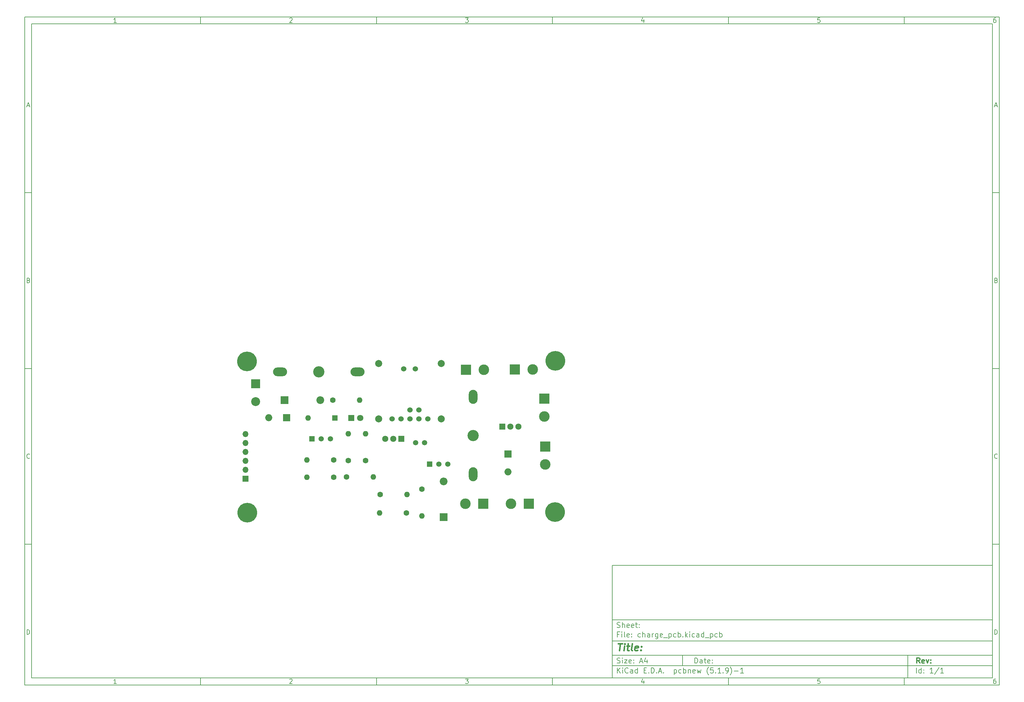
<source format=gbr>
%TF.GenerationSoftware,KiCad,Pcbnew,(5.1.9)-1*%
%TF.CreationDate,2021-04-13T21:26:07+02:00*%
%TF.ProjectId,charge_pcb,63686172-6765-45f7-9063-622e6b696361,rev?*%
%TF.SameCoordinates,Original*%
%TF.FileFunction,Soldermask,Bot*%
%TF.FilePolarity,Negative*%
%FSLAX46Y46*%
G04 Gerber Fmt 4.6, Leading zero omitted, Abs format (unit mm)*
G04 Created by KiCad (PCBNEW (5.1.9)-1) date 2021-04-13 21:26:07*
%MOMM*%
%LPD*%
G01*
G04 APERTURE LIST*
%ADD10C,0.100000*%
%ADD11C,0.150000*%
%ADD12C,0.300000*%
%ADD13C,0.400000*%
%ADD14C,3.000000*%
%ADD15R,3.000000X3.000000*%
%ADD16C,5.600000*%
%ADD17C,3.600000*%
%ADD18C,1.800000*%
%ADD19R,1.800000X1.800000*%
%ADD20O,1.600000X1.600000*%
%ADD21C,1.600000*%
%ADD22C,1.524000*%
%ADD23C,2.000000*%
%ADD24O,1.714500X1.800000*%
%ADD25R,1.714500X1.800000*%
%ADD26R,1.500000X1.500000*%
%ADD27C,1.500000*%
%ADD28O,1.700000X1.700000*%
%ADD29R,1.700000X1.700000*%
%ADD30C,3.200000*%
%ADD31O,2.499360X4.000500*%
%ADD32O,4.000500X2.499360*%
%ADD33O,2.200000X2.200000*%
%ADD34R,2.200000X2.200000*%
%ADD35O,2.000000X2.000000*%
%ADD36R,2.000000X2.000000*%
%ADD37R,1.600000X1.600000*%
%ADD38C,1.501140*%
%ADD39C,2.540000*%
%ADD40R,2.540000X2.540000*%
G04 APERTURE END LIST*
D10*
D11*
X177002200Y-166007200D02*
X177002200Y-198007200D01*
X285002200Y-198007200D01*
X285002200Y-166007200D01*
X177002200Y-166007200D01*
D10*
D11*
X10000000Y-10000000D02*
X10000000Y-200007200D01*
X287002200Y-200007200D01*
X287002200Y-10000000D01*
X10000000Y-10000000D01*
D10*
D11*
X12000000Y-12000000D02*
X12000000Y-198007200D01*
X285002200Y-198007200D01*
X285002200Y-12000000D01*
X12000000Y-12000000D01*
D10*
D11*
X60000000Y-12000000D02*
X60000000Y-10000000D01*
D10*
D11*
X110000000Y-12000000D02*
X110000000Y-10000000D01*
D10*
D11*
X160000000Y-12000000D02*
X160000000Y-10000000D01*
D10*
D11*
X210000000Y-12000000D02*
X210000000Y-10000000D01*
D10*
D11*
X260000000Y-12000000D02*
X260000000Y-10000000D01*
D10*
D11*
X36065476Y-11588095D02*
X35322619Y-11588095D01*
X35694047Y-11588095D02*
X35694047Y-10288095D01*
X35570238Y-10473809D01*
X35446428Y-10597619D01*
X35322619Y-10659523D01*
D10*
D11*
X85322619Y-10411904D02*
X85384523Y-10350000D01*
X85508333Y-10288095D01*
X85817857Y-10288095D01*
X85941666Y-10350000D01*
X86003571Y-10411904D01*
X86065476Y-10535714D01*
X86065476Y-10659523D01*
X86003571Y-10845238D01*
X85260714Y-11588095D01*
X86065476Y-11588095D01*
D10*
D11*
X135260714Y-10288095D02*
X136065476Y-10288095D01*
X135632142Y-10783333D01*
X135817857Y-10783333D01*
X135941666Y-10845238D01*
X136003571Y-10907142D01*
X136065476Y-11030952D01*
X136065476Y-11340476D01*
X136003571Y-11464285D01*
X135941666Y-11526190D01*
X135817857Y-11588095D01*
X135446428Y-11588095D01*
X135322619Y-11526190D01*
X135260714Y-11464285D01*
D10*
D11*
X185941666Y-10721428D02*
X185941666Y-11588095D01*
X185632142Y-10226190D02*
X185322619Y-11154761D01*
X186127380Y-11154761D01*
D10*
D11*
X236003571Y-10288095D02*
X235384523Y-10288095D01*
X235322619Y-10907142D01*
X235384523Y-10845238D01*
X235508333Y-10783333D01*
X235817857Y-10783333D01*
X235941666Y-10845238D01*
X236003571Y-10907142D01*
X236065476Y-11030952D01*
X236065476Y-11340476D01*
X236003571Y-11464285D01*
X235941666Y-11526190D01*
X235817857Y-11588095D01*
X235508333Y-11588095D01*
X235384523Y-11526190D01*
X235322619Y-11464285D01*
D10*
D11*
X285941666Y-10288095D02*
X285694047Y-10288095D01*
X285570238Y-10350000D01*
X285508333Y-10411904D01*
X285384523Y-10597619D01*
X285322619Y-10845238D01*
X285322619Y-11340476D01*
X285384523Y-11464285D01*
X285446428Y-11526190D01*
X285570238Y-11588095D01*
X285817857Y-11588095D01*
X285941666Y-11526190D01*
X286003571Y-11464285D01*
X286065476Y-11340476D01*
X286065476Y-11030952D01*
X286003571Y-10907142D01*
X285941666Y-10845238D01*
X285817857Y-10783333D01*
X285570238Y-10783333D01*
X285446428Y-10845238D01*
X285384523Y-10907142D01*
X285322619Y-11030952D01*
D10*
D11*
X60000000Y-198007200D02*
X60000000Y-200007200D01*
D10*
D11*
X110000000Y-198007200D02*
X110000000Y-200007200D01*
D10*
D11*
X160000000Y-198007200D02*
X160000000Y-200007200D01*
D10*
D11*
X210000000Y-198007200D02*
X210000000Y-200007200D01*
D10*
D11*
X260000000Y-198007200D02*
X260000000Y-200007200D01*
D10*
D11*
X36065476Y-199595295D02*
X35322619Y-199595295D01*
X35694047Y-199595295D02*
X35694047Y-198295295D01*
X35570238Y-198481009D01*
X35446428Y-198604819D01*
X35322619Y-198666723D01*
D10*
D11*
X85322619Y-198419104D02*
X85384523Y-198357200D01*
X85508333Y-198295295D01*
X85817857Y-198295295D01*
X85941666Y-198357200D01*
X86003571Y-198419104D01*
X86065476Y-198542914D01*
X86065476Y-198666723D01*
X86003571Y-198852438D01*
X85260714Y-199595295D01*
X86065476Y-199595295D01*
D10*
D11*
X135260714Y-198295295D02*
X136065476Y-198295295D01*
X135632142Y-198790533D01*
X135817857Y-198790533D01*
X135941666Y-198852438D01*
X136003571Y-198914342D01*
X136065476Y-199038152D01*
X136065476Y-199347676D01*
X136003571Y-199471485D01*
X135941666Y-199533390D01*
X135817857Y-199595295D01*
X135446428Y-199595295D01*
X135322619Y-199533390D01*
X135260714Y-199471485D01*
D10*
D11*
X185941666Y-198728628D02*
X185941666Y-199595295D01*
X185632142Y-198233390D02*
X185322619Y-199161961D01*
X186127380Y-199161961D01*
D10*
D11*
X236003571Y-198295295D02*
X235384523Y-198295295D01*
X235322619Y-198914342D01*
X235384523Y-198852438D01*
X235508333Y-198790533D01*
X235817857Y-198790533D01*
X235941666Y-198852438D01*
X236003571Y-198914342D01*
X236065476Y-199038152D01*
X236065476Y-199347676D01*
X236003571Y-199471485D01*
X235941666Y-199533390D01*
X235817857Y-199595295D01*
X235508333Y-199595295D01*
X235384523Y-199533390D01*
X235322619Y-199471485D01*
D10*
D11*
X285941666Y-198295295D02*
X285694047Y-198295295D01*
X285570238Y-198357200D01*
X285508333Y-198419104D01*
X285384523Y-198604819D01*
X285322619Y-198852438D01*
X285322619Y-199347676D01*
X285384523Y-199471485D01*
X285446428Y-199533390D01*
X285570238Y-199595295D01*
X285817857Y-199595295D01*
X285941666Y-199533390D01*
X286003571Y-199471485D01*
X286065476Y-199347676D01*
X286065476Y-199038152D01*
X286003571Y-198914342D01*
X285941666Y-198852438D01*
X285817857Y-198790533D01*
X285570238Y-198790533D01*
X285446428Y-198852438D01*
X285384523Y-198914342D01*
X285322619Y-199038152D01*
D10*
D11*
X10000000Y-60000000D02*
X12000000Y-60000000D01*
D10*
D11*
X10000000Y-110000000D02*
X12000000Y-110000000D01*
D10*
D11*
X10000000Y-160000000D02*
X12000000Y-160000000D01*
D10*
D11*
X10690476Y-35216666D02*
X11309523Y-35216666D01*
X10566666Y-35588095D02*
X11000000Y-34288095D01*
X11433333Y-35588095D01*
D10*
D11*
X11092857Y-84907142D02*
X11278571Y-84969047D01*
X11340476Y-85030952D01*
X11402380Y-85154761D01*
X11402380Y-85340476D01*
X11340476Y-85464285D01*
X11278571Y-85526190D01*
X11154761Y-85588095D01*
X10659523Y-85588095D01*
X10659523Y-84288095D01*
X11092857Y-84288095D01*
X11216666Y-84350000D01*
X11278571Y-84411904D01*
X11340476Y-84535714D01*
X11340476Y-84659523D01*
X11278571Y-84783333D01*
X11216666Y-84845238D01*
X11092857Y-84907142D01*
X10659523Y-84907142D01*
D10*
D11*
X11402380Y-135464285D02*
X11340476Y-135526190D01*
X11154761Y-135588095D01*
X11030952Y-135588095D01*
X10845238Y-135526190D01*
X10721428Y-135402380D01*
X10659523Y-135278571D01*
X10597619Y-135030952D01*
X10597619Y-134845238D01*
X10659523Y-134597619D01*
X10721428Y-134473809D01*
X10845238Y-134350000D01*
X11030952Y-134288095D01*
X11154761Y-134288095D01*
X11340476Y-134350000D01*
X11402380Y-134411904D01*
D10*
D11*
X10659523Y-185588095D02*
X10659523Y-184288095D01*
X10969047Y-184288095D01*
X11154761Y-184350000D01*
X11278571Y-184473809D01*
X11340476Y-184597619D01*
X11402380Y-184845238D01*
X11402380Y-185030952D01*
X11340476Y-185278571D01*
X11278571Y-185402380D01*
X11154761Y-185526190D01*
X10969047Y-185588095D01*
X10659523Y-185588095D01*
D10*
D11*
X287002200Y-60000000D02*
X285002200Y-60000000D01*
D10*
D11*
X287002200Y-110000000D02*
X285002200Y-110000000D01*
D10*
D11*
X287002200Y-160000000D02*
X285002200Y-160000000D01*
D10*
D11*
X285692676Y-35216666D02*
X286311723Y-35216666D01*
X285568866Y-35588095D02*
X286002200Y-34288095D01*
X286435533Y-35588095D01*
D10*
D11*
X286095057Y-84907142D02*
X286280771Y-84969047D01*
X286342676Y-85030952D01*
X286404580Y-85154761D01*
X286404580Y-85340476D01*
X286342676Y-85464285D01*
X286280771Y-85526190D01*
X286156961Y-85588095D01*
X285661723Y-85588095D01*
X285661723Y-84288095D01*
X286095057Y-84288095D01*
X286218866Y-84350000D01*
X286280771Y-84411904D01*
X286342676Y-84535714D01*
X286342676Y-84659523D01*
X286280771Y-84783333D01*
X286218866Y-84845238D01*
X286095057Y-84907142D01*
X285661723Y-84907142D01*
D10*
D11*
X286404580Y-135464285D02*
X286342676Y-135526190D01*
X286156961Y-135588095D01*
X286033152Y-135588095D01*
X285847438Y-135526190D01*
X285723628Y-135402380D01*
X285661723Y-135278571D01*
X285599819Y-135030952D01*
X285599819Y-134845238D01*
X285661723Y-134597619D01*
X285723628Y-134473809D01*
X285847438Y-134350000D01*
X286033152Y-134288095D01*
X286156961Y-134288095D01*
X286342676Y-134350000D01*
X286404580Y-134411904D01*
D10*
D11*
X285661723Y-185588095D02*
X285661723Y-184288095D01*
X285971247Y-184288095D01*
X286156961Y-184350000D01*
X286280771Y-184473809D01*
X286342676Y-184597619D01*
X286404580Y-184845238D01*
X286404580Y-185030952D01*
X286342676Y-185278571D01*
X286280771Y-185402380D01*
X286156961Y-185526190D01*
X285971247Y-185588095D01*
X285661723Y-185588095D01*
D10*
D11*
X200434342Y-193785771D02*
X200434342Y-192285771D01*
X200791485Y-192285771D01*
X201005771Y-192357200D01*
X201148628Y-192500057D01*
X201220057Y-192642914D01*
X201291485Y-192928628D01*
X201291485Y-193142914D01*
X201220057Y-193428628D01*
X201148628Y-193571485D01*
X201005771Y-193714342D01*
X200791485Y-193785771D01*
X200434342Y-193785771D01*
X202577200Y-193785771D02*
X202577200Y-193000057D01*
X202505771Y-192857200D01*
X202362914Y-192785771D01*
X202077200Y-192785771D01*
X201934342Y-192857200D01*
X202577200Y-193714342D02*
X202434342Y-193785771D01*
X202077200Y-193785771D01*
X201934342Y-193714342D01*
X201862914Y-193571485D01*
X201862914Y-193428628D01*
X201934342Y-193285771D01*
X202077200Y-193214342D01*
X202434342Y-193214342D01*
X202577200Y-193142914D01*
X203077200Y-192785771D02*
X203648628Y-192785771D01*
X203291485Y-192285771D02*
X203291485Y-193571485D01*
X203362914Y-193714342D01*
X203505771Y-193785771D01*
X203648628Y-193785771D01*
X204720057Y-193714342D02*
X204577200Y-193785771D01*
X204291485Y-193785771D01*
X204148628Y-193714342D01*
X204077200Y-193571485D01*
X204077200Y-193000057D01*
X204148628Y-192857200D01*
X204291485Y-192785771D01*
X204577200Y-192785771D01*
X204720057Y-192857200D01*
X204791485Y-193000057D01*
X204791485Y-193142914D01*
X204077200Y-193285771D01*
X205434342Y-193642914D02*
X205505771Y-193714342D01*
X205434342Y-193785771D01*
X205362914Y-193714342D01*
X205434342Y-193642914D01*
X205434342Y-193785771D01*
X205434342Y-192857200D02*
X205505771Y-192928628D01*
X205434342Y-193000057D01*
X205362914Y-192928628D01*
X205434342Y-192857200D01*
X205434342Y-193000057D01*
D10*
D11*
X177002200Y-194507200D02*
X285002200Y-194507200D01*
D10*
D11*
X178434342Y-196585771D02*
X178434342Y-195085771D01*
X179291485Y-196585771D02*
X178648628Y-195728628D01*
X179291485Y-195085771D02*
X178434342Y-195942914D01*
X179934342Y-196585771D02*
X179934342Y-195585771D01*
X179934342Y-195085771D02*
X179862914Y-195157200D01*
X179934342Y-195228628D01*
X180005771Y-195157200D01*
X179934342Y-195085771D01*
X179934342Y-195228628D01*
X181505771Y-196442914D02*
X181434342Y-196514342D01*
X181220057Y-196585771D01*
X181077200Y-196585771D01*
X180862914Y-196514342D01*
X180720057Y-196371485D01*
X180648628Y-196228628D01*
X180577200Y-195942914D01*
X180577200Y-195728628D01*
X180648628Y-195442914D01*
X180720057Y-195300057D01*
X180862914Y-195157200D01*
X181077200Y-195085771D01*
X181220057Y-195085771D01*
X181434342Y-195157200D01*
X181505771Y-195228628D01*
X182791485Y-196585771D02*
X182791485Y-195800057D01*
X182720057Y-195657200D01*
X182577200Y-195585771D01*
X182291485Y-195585771D01*
X182148628Y-195657200D01*
X182791485Y-196514342D02*
X182648628Y-196585771D01*
X182291485Y-196585771D01*
X182148628Y-196514342D01*
X182077200Y-196371485D01*
X182077200Y-196228628D01*
X182148628Y-196085771D01*
X182291485Y-196014342D01*
X182648628Y-196014342D01*
X182791485Y-195942914D01*
X184148628Y-196585771D02*
X184148628Y-195085771D01*
X184148628Y-196514342D02*
X184005771Y-196585771D01*
X183720057Y-196585771D01*
X183577200Y-196514342D01*
X183505771Y-196442914D01*
X183434342Y-196300057D01*
X183434342Y-195871485D01*
X183505771Y-195728628D01*
X183577200Y-195657200D01*
X183720057Y-195585771D01*
X184005771Y-195585771D01*
X184148628Y-195657200D01*
X186005771Y-195800057D02*
X186505771Y-195800057D01*
X186720057Y-196585771D02*
X186005771Y-196585771D01*
X186005771Y-195085771D01*
X186720057Y-195085771D01*
X187362914Y-196442914D02*
X187434342Y-196514342D01*
X187362914Y-196585771D01*
X187291485Y-196514342D01*
X187362914Y-196442914D01*
X187362914Y-196585771D01*
X188077200Y-196585771D02*
X188077200Y-195085771D01*
X188434342Y-195085771D01*
X188648628Y-195157200D01*
X188791485Y-195300057D01*
X188862914Y-195442914D01*
X188934342Y-195728628D01*
X188934342Y-195942914D01*
X188862914Y-196228628D01*
X188791485Y-196371485D01*
X188648628Y-196514342D01*
X188434342Y-196585771D01*
X188077200Y-196585771D01*
X189577200Y-196442914D02*
X189648628Y-196514342D01*
X189577200Y-196585771D01*
X189505771Y-196514342D01*
X189577200Y-196442914D01*
X189577200Y-196585771D01*
X190220057Y-196157200D02*
X190934342Y-196157200D01*
X190077200Y-196585771D02*
X190577200Y-195085771D01*
X191077200Y-196585771D01*
X191577200Y-196442914D02*
X191648628Y-196514342D01*
X191577200Y-196585771D01*
X191505771Y-196514342D01*
X191577200Y-196442914D01*
X191577200Y-196585771D01*
X194577200Y-195585771D02*
X194577200Y-197085771D01*
X194577200Y-195657200D02*
X194720057Y-195585771D01*
X195005771Y-195585771D01*
X195148628Y-195657200D01*
X195220057Y-195728628D01*
X195291485Y-195871485D01*
X195291485Y-196300057D01*
X195220057Y-196442914D01*
X195148628Y-196514342D01*
X195005771Y-196585771D01*
X194720057Y-196585771D01*
X194577200Y-196514342D01*
X196577200Y-196514342D02*
X196434342Y-196585771D01*
X196148628Y-196585771D01*
X196005771Y-196514342D01*
X195934342Y-196442914D01*
X195862914Y-196300057D01*
X195862914Y-195871485D01*
X195934342Y-195728628D01*
X196005771Y-195657200D01*
X196148628Y-195585771D01*
X196434342Y-195585771D01*
X196577200Y-195657200D01*
X197220057Y-196585771D02*
X197220057Y-195085771D01*
X197220057Y-195657200D02*
X197362914Y-195585771D01*
X197648628Y-195585771D01*
X197791485Y-195657200D01*
X197862914Y-195728628D01*
X197934342Y-195871485D01*
X197934342Y-196300057D01*
X197862914Y-196442914D01*
X197791485Y-196514342D01*
X197648628Y-196585771D01*
X197362914Y-196585771D01*
X197220057Y-196514342D01*
X198577200Y-195585771D02*
X198577200Y-196585771D01*
X198577200Y-195728628D02*
X198648628Y-195657200D01*
X198791485Y-195585771D01*
X199005771Y-195585771D01*
X199148628Y-195657200D01*
X199220057Y-195800057D01*
X199220057Y-196585771D01*
X200505771Y-196514342D02*
X200362914Y-196585771D01*
X200077200Y-196585771D01*
X199934342Y-196514342D01*
X199862914Y-196371485D01*
X199862914Y-195800057D01*
X199934342Y-195657200D01*
X200077200Y-195585771D01*
X200362914Y-195585771D01*
X200505771Y-195657200D01*
X200577200Y-195800057D01*
X200577200Y-195942914D01*
X199862914Y-196085771D01*
X201077200Y-195585771D02*
X201362914Y-196585771D01*
X201648628Y-195871485D01*
X201934342Y-196585771D01*
X202220057Y-195585771D01*
X204362914Y-197157200D02*
X204291485Y-197085771D01*
X204148628Y-196871485D01*
X204077200Y-196728628D01*
X204005771Y-196514342D01*
X203934342Y-196157200D01*
X203934342Y-195871485D01*
X204005771Y-195514342D01*
X204077200Y-195300057D01*
X204148628Y-195157200D01*
X204291485Y-194942914D01*
X204362914Y-194871485D01*
X205648628Y-195085771D02*
X204934342Y-195085771D01*
X204862914Y-195800057D01*
X204934342Y-195728628D01*
X205077200Y-195657200D01*
X205434342Y-195657200D01*
X205577200Y-195728628D01*
X205648628Y-195800057D01*
X205720057Y-195942914D01*
X205720057Y-196300057D01*
X205648628Y-196442914D01*
X205577200Y-196514342D01*
X205434342Y-196585771D01*
X205077200Y-196585771D01*
X204934342Y-196514342D01*
X204862914Y-196442914D01*
X206362914Y-196442914D02*
X206434342Y-196514342D01*
X206362914Y-196585771D01*
X206291485Y-196514342D01*
X206362914Y-196442914D01*
X206362914Y-196585771D01*
X207862914Y-196585771D02*
X207005771Y-196585771D01*
X207434342Y-196585771D02*
X207434342Y-195085771D01*
X207291485Y-195300057D01*
X207148628Y-195442914D01*
X207005771Y-195514342D01*
X208505771Y-196442914D02*
X208577200Y-196514342D01*
X208505771Y-196585771D01*
X208434342Y-196514342D01*
X208505771Y-196442914D01*
X208505771Y-196585771D01*
X209291485Y-196585771D02*
X209577200Y-196585771D01*
X209720057Y-196514342D01*
X209791485Y-196442914D01*
X209934342Y-196228628D01*
X210005771Y-195942914D01*
X210005771Y-195371485D01*
X209934342Y-195228628D01*
X209862914Y-195157200D01*
X209720057Y-195085771D01*
X209434342Y-195085771D01*
X209291485Y-195157200D01*
X209220057Y-195228628D01*
X209148628Y-195371485D01*
X209148628Y-195728628D01*
X209220057Y-195871485D01*
X209291485Y-195942914D01*
X209434342Y-196014342D01*
X209720057Y-196014342D01*
X209862914Y-195942914D01*
X209934342Y-195871485D01*
X210005771Y-195728628D01*
X210505771Y-197157200D02*
X210577200Y-197085771D01*
X210720057Y-196871485D01*
X210791485Y-196728628D01*
X210862914Y-196514342D01*
X210934342Y-196157200D01*
X210934342Y-195871485D01*
X210862914Y-195514342D01*
X210791485Y-195300057D01*
X210720057Y-195157200D01*
X210577200Y-194942914D01*
X210505771Y-194871485D01*
X211648628Y-196014342D02*
X212791485Y-196014342D01*
X214291485Y-196585771D02*
X213434342Y-196585771D01*
X213862914Y-196585771D02*
X213862914Y-195085771D01*
X213720057Y-195300057D01*
X213577200Y-195442914D01*
X213434342Y-195514342D01*
D10*
D11*
X177002200Y-191507200D02*
X285002200Y-191507200D01*
D10*
D12*
X264411485Y-193785771D02*
X263911485Y-193071485D01*
X263554342Y-193785771D02*
X263554342Y-192285771D01*
X264125771Y-192285771D01*
X264268628Y-192357200D01*
X264340057Y-192428628D01*
X264411485Y-192571485D01*
X264411485Y-192785771D01*
X264340057Y-192928628D01*
X264268628Y-193000057D01*
X264125771Y-193071485D01*
X263554342Y-193071485D01*
X265625771Y-193714342D02*
X265482914Y-193785771D01*
X265197200Y-193785771D01*
X265054342Y-193714342D01*
X264982914Y-193571485D01*
X264982914Y-193000057D01*
X265054342Y-192857200D01*
X265197200Y-192785771D01*
X265482914Y-192785771D01*
X265625771Y-192857200D01*
X265697200Y-193000057D01*
X265697200Y-193142914D01*
X264982914Y-193285771D01*
X266197200Y-192785771D02*
X266554342Y-193785771D01*
X266911485Y-192785771D01*
X267482914Y-193642914D02*
X267554342Y-193714342D01*
X267482914Y-193785771D01*
X267411485Y-193714342D01*
X267482914Y-193642914D01*
X267482914Y-193785771D01*
X267482914Y-192857200D02*
X267554342Y-192928628D01*
X267482914Y-193000057D01*
X267411485Y-192928628D01*
X267482914Y-192857200D01*
X267482914Y-193000057D01*
D10*
D11*
X178362914Y-193714342D02*
X178577200Y-193785771D01*
X178934342Y-193785771D01*
X179077200Y-193714342D01*
X179148628Y-193642914D01*
X179220057Y-193500057D01*
X179220057Y-193357200D01*
X179148628Y-193214342D01*
X179077200Y-193142914D01*
X178934342Y-193071485D01*
X178648628Y-193000057D01*
X178505771Y-192928628D01*
X178434342Y-192857200D01*
X178362914Y-192714342D01*
X178362914Y-192571485D01*
X178434342Y-192428628D01*
X178505771Y-192357200D01*
X178648628Y-192285771D01*
X179005771Y-192285771D01*
X179220057Y-192357200D01*
X179862914Y-193785771D02*
X179862914Y-192785771D01*
X179862914Y-192285771D02*
X179791485Y-192357200D01*
X179862914Y-192428628D01*
X179934342Y-192357200D01*
X179862914Y-192285771D01*
X179862914Y-192428628D01*
X180434342Y-192785771D02*
X181220057Y-192785771D01*
X180434342Y-193785771D01*
X181220057Y-193785771D01*
X182362914Y-193714342D02*
X182220057Y-193785771D01*
X181934342Y-193785771D01*
X181791485Y-193714342D01*
X181720057Y-193571485D01*
X181720057Y-193000057D01*
X181791485Y-192857200D01*
X181934342Y-192785771D01*
X182220057Y-192785771D01*
X182362914Y-192857200D01*
X182434342Y-193000057D01*
X182434342Y-193142914D01*
X181720057Y-193285771D01*
X183077200Y-193642914D02*
X183148628Y-193714342D01*
X183077200Y-193785771D01*
X183005771Y-193714342D01*
X183077200Y-193642914D01*
X183077200Y-193785771D01*
X183077200Y-192857200D02*
X183148628Y-192928628D01*
X183077200Y-193000057D01*
X183005771Y-192928628D01*
X183077200Y-192857200D01*
X183077200Y-193000057D01*
X184862914Y-193357200D02*
X185577200Y-193357200D01*
X184720057Y-193785771D02*
X185220057Y-192285771D01*
X185720057Y-193785771D01*
X186862914Y-192785771D02*
X186862914Y-193785771D01*
X186505771Y-192214342D02*
X186148628Y-193285771D01*
X187077200Y-193285771D01*
D10*
D11*
X263434342Y-196585771D02*
X263434342Y-195085771D01*
X264791485Y-196585771D02*
X264791485Y-195085771D01*
X264791485Y-196514342D02*
X264648628Y-196585771D01*
X264362914Y-196585771D01*
X264220057Y-196514342D01*
X264148628Y-196442914D01*
X264077200Y-196300057D01*
X264077200Y-195871485D01*
X264148628Y-195728628D01*
X264220057Y-195657200D01*
X264362914Y-195585771D01*
X264648628Y-195585771D01*
X264791485Y-195657200D01*
X265505771Y-196442914D02*
X265577200Y-196514342D01*
X265505771Y-196585771D01*
X265434342Y-196514342D01*
X265505771Y-196442914D01*
X265505771Y-196585771D01*
X265505771Y-195657200D02*
X265577200Y-195728628D01*
X265505771Y-195800057D01*
X265434342Y-195728628D01*
X265505771Y-195657200D01*
X265505771Y-195800057D01*
X268148628Y-196585771D02*
X267291485Y-196585771D01*
X267720057Y-196585771D02*
X267720057Y-195085771D01*
X267577200Y-195300057D01*
X267434342Y-195442914D01*
X267291485Y-195514342D01*
X269862914Y-195014342D02*
X268577200Y-196942914D01*
X271148628Y-196585771D02*
X270291485Y-196585771D01*
X270720057Y-196585771D02*
X270720057Y-195085771D01*
X270577200Y-195300057D01*
X270434342Y-195442914D01*
X270291485Y-195514342D01*
D10*
D11*
X177002200Y-187507200D02*
X285002200Y-187507200D01*
D10*
D13*
X178714580Y-188211961D02*
X179857438Y-188211961D01*
X179036009Y-190211961D02*
X179286009Y-188211961D01*
X180274104Y-190211961D02*
X180440771Y-188878628D01*
X180524104Y-188211961D02*
X180416961Y-188307200D01*
X180500295Y-188402438D01*
X180607438Y-188307200D01*
X180524104Y-188211961D01*
X180500295Y-188402438D01*
X181107438Y-188878628D02*
X181869342Y-188878628D01*
X181476485Y-188211961D02*
X181262200Y-189926247D01*
X181333628Y-190116723D01*
X181512200Y-190211961D01*
X181702676Y-190211961D01*
X182655057Y-190211961D02*
X182476485Y-190116723D01*
X182405057Y-189926247D01*
X182619342Y-188211961D01*
X184190771Y-190116723D02*
X183988390Y-190211961D01*
X183607438Y-190211961D01*
X183428866Y-190116723D01*
X183357438Y-189926247D01*
X183452676Y-189164342D01*
X183571723Y-188973866D01*
X183774104Y-188878628D01*
X184155057Y-188878628D01*
X184333628Y-188973866D01*
X184405057Y-189164342D01*
X184381247Y-189354819D01*
X183405057Y-189545295D01*
X185155057Y-190021485D02*
X185238390Y-190116723D01*
X185131247Y-190211961D01*
X185047914Y-190116723D01*
X185155057Y-190021485D01*
X185131247Y-190211961D01*
X185286009Y-188973866D02*
X185369342Y-189069104D01*
X185262200Y-189164342D01*
X185178866Y-189069104D01*
X185286009Y-188973866D01*
X185262200Y-189164342D01*
D10*
D11*
X178934342Y-185600057D02*
X178434342Y-185600057D01*
X178434342Y-186385771D02*
X178434342Y-184885771D01*
X179148628Y-184885771D01*
X179720057Y-186385771D02*
X179720057Y-185385771D01*
X179720057Y-184885771D02*
X179648628Y-184957200D01*
X179720057Y-185028628D01*
X179791485Y-184957200D01*
X179720057Y-184885771D01*
X179720057Y-185028628D01*
X180648628Y-186385771D02*
X180505771Y-186314342D01*
X180434342Y-186171485D01*
X180434342Y-184885771D01*
X181791485Y-186314342D02*
X181648628Y-186385771D01*
X181362914Y-186385771D01*
X181220057Y-186314342D01*
X181148628Y-186171485D01*
X181148628Y-185600057D01*
X181220057Y-185457200D01*
X181362914Y-185385771D01*
X181648628Y-185385771D01*
X181791485Y-185457200D01*
X181862914Y-185600057D01*
X181862914Y-185742914D01*
X181148628Y-185885771D01*
X182505771Y-186242914D02*
X182577200Y-186314342D01*
X182505771Y-186385771D01*
X182434342Y-186314342D01*
X182505771Y-186242914D01*
X182505771Y-186385771D01*
X182505771Y-185457200D02*
X182577200Y-185528628D01*
X182505771Y-185600057D01*
X182434342Y-185528628D01*
X182505771Y-185457200D01*
X182505771Y-185600057D01*
X185005771Y-186314342D02*
X184862914Y-186385771D01*
X184577200Y-186385771D01*
X184434342Y-186314342D01*
X184362914Y-186242914D01*
X184291485Y-186100057D01*
X184291485Y-185671485D01*
X184362914Y-185528628D01*
X184434342Y-185457200D01*
X184577200Y-185385771D01*
X184862914Y-185385771D01*
X185005771Y-185457200D01*
X185648628Y-186385771D02*
X185648628Y-184885771D01*
X186291485Y-186385771D02*
X186291485Y-185600057D01*
X186220057Y-185457200D01*
X186077200Y-185385771D01*
X185862914Y-185385771D01*
X185720057Y-185457200D01*
X185648628Y-185528628D01*
X187648628Y-186385771D02*
X187648628Y-185600057D01*
X187577200Y-185457200D01*
X187434342Y-185385771D01*
X187148628Y-185385771D01*
X187005771Y-185457200D01*
X187648628Y-186314342D02*
X187505771Y-186385771D01*
X187148628Y-186385771D01*
X187005771Y-186314342D01*
X186934342Y-186171485D01*
X186934342Y-186028628D01*
X187005771Y-185885771D01*
X187148628Y-185814342D01*
X187505771Y-185814342D01*
X187648628Y-185742914D01*
X188362914Y-186385771D02*
X188362914Y-185385771D01*
X188362914Y-185671485D02*
X188434342Y-185528628D01*
X188505771Y-185457200D01*
X188648628Y-185385771D01*
X188791485Y-185385771D01*
X189934342Y-185385771D02*
X189934342Y-186600057D01*
X189862914Y-186742914D01*
X189791485Y-186814342D01*
X189648628Y-186885771D01*
X189434342Y-186885771D01*
X189291485Y-186814342D01*
X189934342Y-186314342D02*
X189791485Y-186385771D01*
X189505771Y-186385771D01*
X189362914Y-186314342D01*
X189291485Y-186242914D01*
X189220057Y-186100057D01*
X189220057Y-185671485D01*
X189291485Y-185528628D01*
X189362914Y-185457200D01*
X189505771Y-185385771D01*
X189791485Y-185385771D01*
X189934342Y-185457200D01*
X191220057Y-186314342D02*
X191077200Y-186385771D01*
X190791485Y-186385771D01*
X190648628Y-186314342D01*
X190577200Y-186171485D01*
X190577200Y-185600057D01*
X190648628Y-185457200D01*
X190791485Y-185385771D01*
X191077200Y-185385771D01*
X191220057Y-185457200D01*
X191291485Y-185600057D01*
X191291485Y-185742914D01*
X190577200Y-185885771D01*
X191577200Y-186528628D02*
X192720057Y-186528628D01*
X193077200Y-185385771D02*
X193077200Y-186885771D01*
X193077200Y-185457200D02*
X193220057Y-185385771D01*
X193505771Y-185385771D01*
X193648628Y-185457200D01*
X193720057Y-185528628D01*
X193791485Y-185671485D01*
X193791485Y-186100057D01*
X193720057Y-186242914D01*
X193648628Y-186314342D01*
X193505771Y-186385771D01*
X193220057Y-186385771D01*
X193077200Y-186314342D01*
X195077200Y-186314342D02*
X194934342Y-186385771D01*
X194648628Y-186385771D01*
X194505771Y-186314342D01*
X194434342Y-186242914D01*
X194362914Y-186100057D01*
X194362914Y-185671485D01*
X194434342Y-185528628D01*
X194505771Y-185457200D01*
X194648628Y-185385771D01*
X194934342Y-185385771D01*
X195077200Y-185457200D01*
X195720057Y-186385771D02*
X195720057Y-184885771D01*
X195720057Y-185457200D02*
X195862914Y-185385771D01*
X196148628Y-185385771D01*
X196291485Y-185457200D01*
X196362914Y-185528628D01*
X196434342Y-185671485D01*
X196434342Y-186100057D01*
X196362914Y-186242914D01*
X196291485Y-186314342D01*
X196148628Y-186385771D01*
X195862914Y-186385771D01*
X195720057Y-186314342D01*
X197077200Y-186242914D02*
X197148628Y-186314342D01*
X197077200Y-186385771D01*
X197005771Y-186314342D01*
X197077200Y-186242914D01*
X197077200Y-186385771D01*
X197791485Y-186385771D02*
X197791485Y-184885771D01*
X197934342Y-185814342D02*
X198362914Y-186385771D01*
X198362914Y-185385771D02*
X197791485Y-185957200D01*
X199005771Y-186385771D02*
X199005771Y-185385771D01*
X199005771Y-184885771D02*
X198934342Y-184957200D01*
X199005771Y-185028628D01*
X199077200Y-184957200D01*
X199005771Y-184885771D01*
X199005771Y-185028628D01*
X200362914Y-186314342D02*
X200220057Y-186385771D01*
X199934342Y-186385771D01*
X199791485Y-186314342D01*
X199720057Y-186242914D01*
X199648628Y-186100057D01*
X199648628Y-185671485D01*
X199720057Y-185528628D01*
X199791485Y-185457200D01*
X199934342Y-185385771D01*
X200220057Y-185385771D01*
X200362914Y-185457200D01*
X201648628Y-186385771D02*
X201648628Y-185600057D01*
X201577200Y-185457200D01*
X201434342Y-185385771D01*
X201148628Y-185385771D01*
X201005771Y-185457200D01*
X201648628Y-186314342D02*
X201505771Y-186385771D01*
X201148628Y-186385771D01*
X201005771Y-186314342D01*
X200934342Y-186171485D01*
X200934342Y-186028628D01*
X201005771Y-185885771D01*
X201148628Y-185814342D01*
X201505771Y-185814342D01*
X201648628Y-185742914D01*
X203005771Y-186385771D02*
X203005771Y-184885771D01*
X203005771Y-186314342D02*
X202862914Y-186385771D01*
X202577200Y-186385771D01*
X202434342Y-186314342D01*
X202362914Y-186242914D01*
X202291485Y-186100057D01*
X202291485Y-185671485D01*
X202362914Y-185528628D01*
X202434342Y-185457200D01*
X202577200Y-185385771D01*
X202862914Y-185385771D01*
X203005771Y-185457200D01*
X203362914Y-186528628D02*
X204505771Y-186528628D01*
X204862914Y-185385771D02*
X204862914Y-186885771D01*
X204862914Y-185457200D02*
X205005771Y-185385771D01*
X205291485Y-185385771D01*
X205434342Y-185457200D01*
X205505771Y-185528628D01*
X205577200Y-185671485D01*
X205577200Y-186100057D01*
X205505771Y-186242914D01*
X205434342Y-186314342D01*
X205291485Y-186385771D01*
X205005771Y-186385771D01*
X204862914Y-186314342D01*
X206862914Y-186314342D02*
X206720057Y-186385771D01*
X206434342Y-186385771D01*
X206291485Y-186314342D01*
X206220057Y-186242914D01*
X206148628Y-186100057D01*
X206148628Y-185671485D01*
X206220057Y-185528628D01*
X206291485Y-185457200D01*
X206434342Y-185385771D01*
X206720057Y-185385771D01*
X206862914Y-185457200D01*
X207505771Y-186385771D02*
X207505771Y-184885771D01*
X207505771Y-185457200D02*
X207648628Y-185385771D01*
X207934342Y-185385771D01*
X208077200Y-185457200D01*
X208148628Y-185528628D01*
X208220057Y-185671485D01*
X208220057Y-186100057D01*
X208148628Y-186242914D01*
X208077200Y-186314342D01*
X207934342Y-186385771D01*
X207648628Y-186385771D01*
X207505771Y-186314342D01*
D10*
D11*
X177002200Y-181507200D02*
X285002200Y-181507200D01*
D10*
D11*
X178362914Y-183614342D02*
X178577200Y-183685771D01*
X178934342Y-183685771D01*
X179077200Y-183614342D01*
X179148628Y-183542914D01*
X179220057Y-183400057D01*
X179220057Y-183257200D01*
X179148628Y-183114342D01*
X179077200Y-183042914D01*
X178934342Y-182971485D01*
X178648628Y-182900057D01*
X178505771Y-182828628D01*
X178434342Y-182757200D01*
X178362914Y-182614342D01*
X178362914Y-182471485D01*
X178434342Y-182328628D01*
X178505771Y-182257200D01*
X178648628Y-182185771D01*
X179005771Y-182185771D01*
X179220057Y-182257200D01*
X179862914Y-183685771D02*
X179862914Y-182185771D01*
X180505771Y-183685771D02*
X180505771Y-182900057D01*
X180434342Y-182757200D01*
X180291485Y-182685771D01*
X180077200Y-182685771D01*
X179934342Y-182757200D01*
X179862914Y-182828628D01*
X181791485Y-183614342D02*
X181648628Y-183685771D01*
X181362914Y-183685771D01*
X181220057Y-183614342D01*
X181148628Y-183471485D01*
X181148628Y-182900057D01*
X181220057Y-182757200D01*
X181362914Y-182685771D01*
X181648628Y-182685771D01*
X181791485Y-182757200D01*
X181862914Y-182900057D01*
X181862914Y-183042914D01*
X181148628Y-183185771D01*
X183077200Y-183614342D02*
X182934342Y-183685771D01*
X182648628Y-183685771D01*
X182505771Y-183614342D01*
X182434342Y-183471485D01*
X182434342Y-182900057D01*
X182505771Y-182757200D01*
X182648628Y-182685771D01*
X182934342Y-182685771D01*
X183077200Y-182757200D01*
X183148628Y-182900057D01*
X183148628Y-183042914D01*
X182434342Y-183185771D01*
X183577200Y-182685771D02*
X184148628Y-182685771D01*
X183791485Y-182185771D02*
X183791485Y-183471485D01*
X183862914Y-183614342D01*
X184005771Y-183685771D01*
X184148628Y-183685771D01*
X184648628Y-183542914D02*
X184720057Y-183614342D01*
X184648628Y-183685771D01*
X184577200Y-183614342D01*
X184648628Y-183542914D01*
X184648628Y-183685771D01*
X184648628Y-182757200D02*
X184720057Y-182828628D01*
X184648628Y-182900057D01*
X184577200Y-182828628D01*
X184648628Y-182757200D01*
X184648628Y-182900057D01*
D10*
D11*
X197002200Y-191507200D02*
X197002200Y-194507200D01*
D10*
D11*
X261002200Y-191507200D02*
X261002200Y-198007200D01*
D14*
%TO.C,J3*%
X154400000Y-110260000D03*
D15*
X149320000Y-110260000D03*
%TD*%
D16*
%TO.C,H2*%
X160830000Y-107840000D03*
D17*
X160830000Y-107840000D03*
%TD*%
D16*
%TO.C,H4*%
X73250000Y-150970000D03*
D17*
X73250000Y-150970000D03*
%TD*%
D16*
%TO.C,H3*%
X160750000Y-150820000D03*
D17*
X160750000Y-150820000D03*
%TD*%
D16*
%TO.C,H1*%
X73160000Y-107940000D03*
D17*
X73160000Y-107940000D03*
%TD*%
D18*
%TO.C,D6*%
X105370000Y-124050000D03*
D19*
X102830000Y-124050000D03*
%TD*%
D20*
%TO.C,R9*%
X105220000Y-119010000D03*
D21*
X97600000Y-119010000D03*
%TD*%
D22*
%TO.C,U1*%
X122010000Y-121790000D03*
X119470000Y-121790000D03*
X119470000Y-124330000D03*
X122010000Y-124330000D03*
D23*
X128360000Y-108582000D03*
X110580000Y-108582000D03*
X128360000Y-124330000D03*
X110580000Y-124330000D03*
D22*
X120994000Y-110106000D03*
X117692000Y-110106000D03*
X124550000Y-124330000D03*
X114390000Y-124330000D03*
X116930000Y-124330000D03*
%TD*%
D20*
%TO.C,R8*%
X109110000Y-140830000D03*
D21*
X101490000Y-140830000D03*
%TD*%
D20*
%TO.C,R7*%
X110860000Y-151100000D03*
D21*
X118480000Y-151100000D03*
%TD*%
D20*
%TO.C,R6*%
X122900000Y-151960000D03*
D21*
X122900000Y-144340000D03*
%TD*%
D20*
%TO.C,R5*%
X118610000Y-145790000D03*
D21*
X110990000Y-145790000D03*
%TD*%
D20*
%TO.C,R4*%
X90170000Y-140910000D03*
D21*
X97790000Y-140910000D03*
%TD*%
D20*
%TO.C,R3*%
X90170000Y-136000000D03*
D21*
X97790000Y-136000000D03*
%TD*%
D20*
%TO.C,R2*%
X106900000Y-128560000D03*
D21*
X106900000Y-136180000D03*
%TD*%
D20*
%TO.C,R1*%
X102010000Y-128560000D03*
D21*
X102010000Y-136180000D03*
%TD*%
D24*
%TO.C,Q4*%
X150332000Y-126520000D03*
X148046000Y-126520000D03*
D25*
X145760000Y-126520000D03*
%TD*%
D26*
%TO.C,Q3*%
X125070000Y-137180000D03*
D27*
X130270000Y-137180000D03*
X127670000Y-137180000D03*
%TD*%
D24*
%TO.C,Q2*%
X112448000Y-129960000D03*
X114734000Y-129960000D03*
D25*
X117020000Y-129960000D03*
%TD*%
D26*
%TO.C,Q1*%
X91670000Y-129960000D03*
D27*
X96870000Y-129960000D03*
X94270000Y-129960000D03*
%TD*%
D14*
%TO.C,J7*%
X157680000Y-123680000D03*
D15*
X157680000Y-118600000D03*
%TD*%
D14*
%TO.C,J6*%
X135230000Y-148440000D03*
D15*
X140310000Y-148440000D03*
%TD*%
D14*
%TO.C,J5*%
X157950000Y-137250000D03*
D15*
X157950000Y-132170000D03*
%TD*%
D14*
%TO.C,J4*%
X148180000Y-148460000D03*
D15*
X153260000Y-148460000D03*
%TD*%
D14*
%TO.C,J2*%
X140480000Y-110340000D03*
D15*
X135400000Y-110340000D03*
%TD*%
D28*
%TO.C,J1*%
X72720000Y-128630000D03*
X72720000Y-131170000D03*
X72720000Y-133710000D03*
X72720000Y-136250000D03*
X72720000Y-138790000D03*
D29*
X72720000Y-141330000D03*
%TD*%
D30*
%TO.C,F2*%
X137470000Y-129090000D03*
D31*
X137470000Y-118089260D03*
X137470000Y-140090740D03*
%TD*%
D30*
%TO.C,F1*%
X93620000Y-110950000D03*
D32*
X82619260Y-110950000D03*
X104620740Y-110950000D03*
%TD*%
D33*
%TO.C,D5*%
X129100000Y-142070000D03*
D34*
X129100000Y-152230000D03*
%TD*%
D35*
%TO.C,D4*%
X147360000Y-139390000D03*
D36*
X147360000Y-134310000D03*
%TD*%
D20*
%TO.C,D3*%
X90570000Y-124090000D03*
D37*
X98190000Y-124090000D03*
%TD*%
D33*
%TO.C,D2*%
X94040000Y-119010000D03*
D34*
X83880000Y-119010000D03*
%TD*%
D35*
%TO.C,D1*%
X79330000Y-123970000D03*
D36*
X84410000Y-123970000D03*
%TD*%
D38*
%TO.C,C1*%
X123670000Y-131060000D03*
X121130000Y-131060000D03*
%TD*%
D39*
%TO.C,BT1*%
X75640000Y-119430000D03*
D40*
X75640000Y-114350000D03*
%TD*%
M02*

</source>
